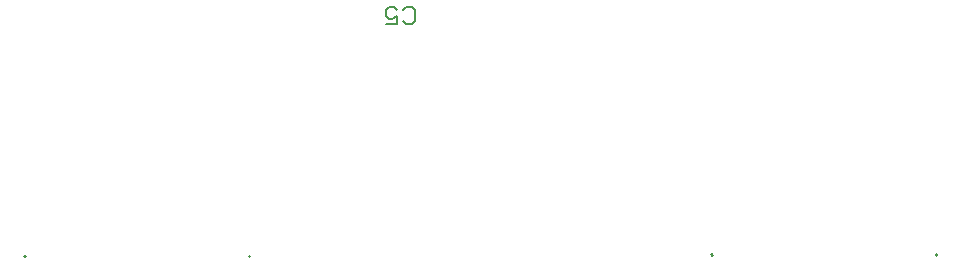
<source format=gbr>
G04*
G04 #@! TF.GenerationSoftware,Altium Limited,Altium Designer,23.0.1 (38)*
G04*
G04 Layer_Color=32896*
%FSLAX25Y25*%
%MOIN*%
G70*
G04*
G04 #@! TF.SameCoordinates,AE5763C0-F2EE-4BCA-89C6-8F578BEF2D51*
G04*
G04*
G04 #@! TF.FilePolarity,Positive*
G04*
G01*
G75*
%ADD13C,0.00591*%
%ADD14C,0.01000*%
D13*
X138695Y102943D02*
X139679Y101959D01*
X141647D01*
X142631Y102943D01*
Y106879D01*
X141647Y107863D01*
X139679D01*
X138695Y106879D01*
X132792Y101959D02*
X136727D01*
Y104911D01*
X134759Y103927D01*
X133775D01*
X132792Y104911D01*
Y106879D01*
X133775Y107863D01*
X135743D01*
X136727Y106879D01*
D14*
X12386Y24894D02*
X12583Y24697D01*
X87189D02*
X87386Y24894D01*
X241386Y25394D02*
X241583Y25197D01*
X316189D02*
X316386Y25394D01*
M02*

</source>
